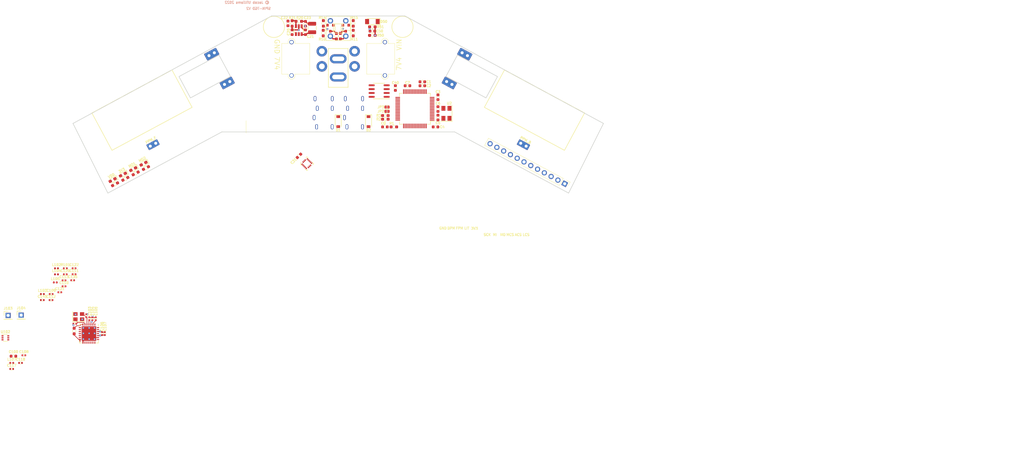
<source format=kicad_pcb>
(kicad_pcb (version 20211014) (generator pcbnew)
  (layers (0 "F.Cu" signal) (1 "In1.Cu" signal) (2 "In2.Cu" signal) (31 "B.Cu" signal) (35 "F.Paste" user) (36 "B.SilkS" user "B.Silkscreen") (37 "F.SilkS" user "F.Silkscreen") (38 "B.Mask" user) (39 "F.Mask" user) (44 "Edge.Cuts" user))
  (net 0 "")
  (net 1 "GND")
  (net 2 "+3V3")
  (net 3 "Net-(C4-Pad2)")
  (net 4 "Net-(C5-Pad2)")
  (net 5 "Net-(C6-Pad2)")
  (net 6 "VDD")
  (net 7 "Net-(C21-Pad2)")
  (net 8 "Net-(C21-Pad1)")
  (net 9 "Net-(C22-Pad2)")
  (net 10 "Net-(C101-Pad2)")
  (net 11 "Net-(C102-Pad2)")
  (net 12 "Net-(C103-Pad1)")
  (net 13 "Net-(C105-Pad1)")
  (net 14 "Net-(C109-Pad2)")
  (net 15 "/sx1276/Antenna")
  (net 16 "Net-(C7-Pad1)")
  (net 17 "Net-(Q11-Pad3)")
  (net 18 "Net-(Q11-Pad1)")
  (net 19 "Net-(Q12-Pad3)")
  (net 20 "Net-(Q12-Pad1)")
  (net 21 "Net-(R1-Pad2)")
  (net 22 "P_MISO")
  (net 23 "P_MOSI")
  (net 24 "/sx1276/RST")
  (net 25 "P_SCK")
  (net 26 "Net-(C8-Pad1)")
  (net 27 "RFO_HF")
  (net 28 "Net-(C111-Pad1)")
  (net 29 "RF1")
  (net 30 "RF2")
  (net 31 "Net-(C120-Pad1)")
  (net 32 "/sx1276/DIO5")
  (net 33 "/sx1276/DIO4")
  (net 34 "/sx1276/DIO3")
  (net 35 "/sx1276/DIO2")
  (net 36 "/sx1276/DIO1")
  (net 37 "VR_PA")
  (net 38 "SWD_DIO")
  (net 39 "SWD_CLK")
  (net 40 "SNS_VIN")
  (net 41 "Net-(C122-Pad2)")
  (net 42 "Net-(D1-Pad2)")
  (net 43 "Net-(D2-Pad2)")
  (net 44 "Net-(J20-Pad1)")
  (net 45 "Net-(D10-Pad3)")
  (net 46 "Net-(D10-Pad4)")
  (net 47 "Net-(D12-Pad2)")
  (net 48 "Net-(D13-Pad2)")
  (net 49 "Net-(D14-Pad2)")
  (net 53 "Net-(J2-Pad2)")
  (net 54 "Net-(J2-Pad3)")
  (net 58 "PPM_F")
  (net 59 "PPM_B")
  (net 60 "INT_L")
  (net 61 "CS_M")
  (net 62 "CS_A")
  (net 63 "CS_L")
  (net 64 "Net-(J21-Pad1)")
  (net 65 "USB_RX")
  (net 66 "USB_TX")
  (net 67 "PA_BOOST")
  (net 68 "RFI_HF")
  (net 69 "USB_DP")
  (net 70 "USB_DM")
  (net 71 "LED_BLUE")
  (net 72 "LED_RED")
  (net 73 "LED_MISC1")
  (net 74 "LED_MISC2")
  (net 75 "RF_MOD")
  (net 94 "GPIO_MISC1")
  (net 97 "GPIO_MISC2")
  (net 111 "Net-(C117-Pad1)")
  (net 112 "Net-(D11-Pad2)")
  (footprint "Capacitor_SMD:C_0603_1608Metric" (layer "F.Cu") (at 11.2625 5 180)
    (fp_text reference "C50")
    (fp_text value "100nF" hide)
  )
  (footprint "Capacitor_SMD:C_0603_1608Metric" (layer "F.Cu") (at -15.2125 5.375 90)
    (fp_text reference "C20")
    (fp_text value "2.2uF" hide)
  )
  (footprint "Capacitor_SMD:C_0603_1608Metric" (layer "F.Cu") (at -10.8125 5.375 -90)
    (fp_text reference "C21")
    (fp_text value "100nF" hide)
  )
  (footprint "Capacitor_SMD:C_0603_1608Metric" (layer "F.Cu") (at -16.575 2.4625 90)
    (fp_text reference "C22")
    (fp_text value "22pF" hide)
  )
  (footprint "Capacitor_SMD:C_0603_1608Metric" (layer "F.Cu") (at -10.8125 2.575 -90)
    (fp_text reference "C23")
    (fp_text value "22uF" hide)
  )
  (footprint "Capacitor_SMD:C_0402_1005Metric" (layer "F.Cu") (at -86.9 101.642715)
    (fp_text reference "C101" hide)
    (fp_text value "15pF" hide)
  )
  (footprint "Capacitor_SMD:C_0402_1005Metric" (layer "F.Cu") (at -83.1 98.998715 -90)
    (fp_text reference "C102" hide)
    (fp_text value "15pF" hide)
  )
  (footprint "Capacitor_SMD:C_0402_1005Metric" (layer "F.Cu") (at -82.1045 99.991715 90)
    (fp_text reference "C103")
    (fp_text value "100nF" hide)
  )
  (footprint "Capacitor_SMD:C_0402_1005Metric" (layer "F.Cu") (at -81.0885 99.991715 90)
    (fp_text reference "C104")
    (fp_text value "100nF" hide)
  )
  (footprint "Capacitor_SMD:C_0402_1005Metric" (layer "F.Cu") (at -80.009 99.991715 90)
    (fp_text reference "C105")
    (fp_text value "100nF" hide)
  )
  (footprint "Capacitor_SMD:C_0402_1005Metric" (layer "F.Cu") (at -77.9 104.900715 90)
    (fp_text reference "C106")
    (fp_text value "47pF" hide)
  )
  (footprint "Capacitor_SMD:C_0402_1005Metric" (layer "F.Cu") (at -77 104.900715 90)
    (fp_text reference "C107")
    (fp_text value "100nF" hide)
  )
  (footprint "Inductor_SMD:L_1210_3225Metric" (layer "F.Cu") (at -8.606 3.971 90)
    (fp_text reference "L20" hide)
    (fp_text value "4.7uH" hide)
  )
  (footprint "Package_TO_SOT_SMD:SOT-23" (layer "F.Cu") (at -2.6 4.05 -90)
    (fp_text reference "Q11" hide)
    (fp_text value "AO3401A" hide)
  )
  (footprint "Package_TO_SOT_SMD:SOT-23" (layer "F.Cu") (at 2.5 4.05 -90)
    (fp_text reference "Q12" hide)
    (fp_text value "AO3401A" hide)
  )
  (footprint "Resistor_SMD:R_0603_1608Metric_Pad0.98x0.95mm_HandSolder" (layer "F.Cu") (at 11.2625 6.4)
    (fp_text reference "R50")
    (fp_text value "15K" hide)
  )
  (footprint "Resistor_SMD:R_0603_1608Metric_Pad0.98x0.95mm_HandSolder" (layer "F.Cu") (at 11.2625 3.6 180)
    (fp_text reference "R51")
    (fp_text value "2K2" hide)
  )
  (footprint "Resistor_SMD:R_0603_1608Metric_Pad0.98x0.95mm_HandSolder" (layer "F.Cu") (at -4.95 5.65 90)
    (fp_text reference "R10")
    (fp_text value "1K" hide)
  )
  (footprint "Resistor_SMD:R_0603_1608Metric_Pad0.98x0.95mm_HandSolder" (layer "F.Cu") (at 4.95 5.65 90)
    (fp_text reference "R11")
    (fp_text value "1K" hide)
  )
  (footprint "Resistor_SMD:R_0603_1608Metric_Pad0.98x0.95mm_HandSolder" (layer "F.Cu") (at -0.6 6.7 -90)
    (fp_text reference "R12" hide)
    (fp_text value "10R" hide)
  )
  (footprint "Resistor_SMD:R_0603_1608Metric_Pad0.98x0.95mm_HandSolder" (layer "F.Cu") (at 0.7 6.65 -90)
    (fp_text reference "R13" hide)
    (fp_text value "22R" hide)
  )
  (footprint "Resistor_SMD:R_0603_1608Metric_Pad0.98x0.95mm_HandSolder" (layer "F.Cu") (at -13.0125 1.775 180)
    (fp_text reference "R20")
    (fp_text value "10K" hide)
  )
  (footprint "Resistor_SMD:R_0603_1608Metric_Pad0.98x0.95mm_HandSolder" (layer "F.Cu") (at -15.2125 2.475 -90)
    (fp_text reference "R21")
    (fp_text value "2K2" hide)
  )
  (footprint "Resistor_SMD:R_0603_1608Metric_Pad0.98x0.95mm_HandSolder" (layer "F.Cu") (at -87.121 104.055715 90)
    (fp_text reference "R100" hide)
    (fp_text value "10K" hide)
  )
  (footprint "Package_TO_SOT_SMD:TSOT-23-6" (layer "F.Cu") (at -13.0125 4.675 -90)
    (fp_text reference "U20" hide)
    (fp_text value "SY8253ADC" hide)
  )
  (footprint "lib_fp:TFLGA-16_3x3mm" (layer "F.Cu") (at -10.35 48.8 45)
    (fp_text reference "U30" hide)
    (fp_text value "H3LIS331DL" hide)
  )
  (footprint "Package_DFN_QFN:QFN-28-1EP_6x6mm_P0.65mm_EP4.8x4.8mm" (layer "F.Cu") (at -82.244 104.900715 -90)
    (fp_text reference "U100" hide)
    (fp_text value "SX1276" hide)
  )
  (footprint "Crystal:Crystal_SMD_3225-4Pin_3.2x2.5mm" (layer "F.Cu") (at -85.6 99.298715)
    (fp_text reference "U101" hide)
    (fp_text value "Crystal_GND24" hide)
  )
  (footprint "lib_fp:FT_Switch_Vertical" (layer "F.Cu") (at 0 14.15 -90)
    (fp_text reference "J20" hide)
    (fp_text value "FT_switch" hide)
  )
  (footprint "lib_fp:TGD-AMASS_XT30PW-M" (layer "F.Cu") (at -5.4 14.15 90)
    (fp_text reference "J22" hide)
    (fp_text value "Battery Low" hide)
  )
  (footprint "lib_fp:R50RB2-F-0160" (layer "F.Cu") (at 2.5 1.6 -90)
    (fp_text reference "D10" hide)
    (fp_text value "R50RB2-F-0160" hide)
  )
  (footprint "lib_fp:TGD-AMASS_XT30PW-M" (layer "F.Cu") (at 5.4 14.15 -90)
    (fp_text reference "J21" hide)
    (fp_text value "Battery High" hide)
  )
  (footprint "lib_fp:TGD_MountingHole" (layer "F.Cu") (at 21.2 3.6)
    (fp_text reference "H1" hide)
    (fp_text value "MountingHole" hide)
  )
  (footprint "lib_fp:TGD_MountingHole" (layer "F.Cu") (at -21.2 3.6)
    (fp_text reference "H2" hide)
    (fp_text value "MountingHole" hide)
  )
  (footprint "LED_SMD:LED_0603_1608Metric_Pad1.05x0.95mm_HandSolder" (layer "F.Cu") (at -64.229221 48.785845 -151.75)
    (fp_text reference "D14" hide)
    (fp_text value "MISC2_LED" hide)
  )
  (footprint "Resistor_SMD:R_0603_1608Metric_Pad0.98x0.95mm_HandSolder" (layer "F.Cu") (at 18.35 36.65)
    (fp_text reference "R1")
    (fp_text value "10K" hide)
  )
  (footprint "Capacitor_SMD:C_0402_1005Metric" (layer "F.Cu") (at -103.71 112.08)
    (fp_text reference "C108")
    (fp_text value "100nF" hide)
  )
  (footprint "Capacitor_SMD:C_0402_1005Metric" (layer "F.Cu") (at -87.15 85.31)
    (fp_text reference "C111")
    (fp_text value "8.2pF" hide)
  )
  (footprint "Crystal:Crystal_SMD_5032-4Pin_5.0x3.2mm" (layer "F.Cu") (at 35.7 32.15 90)
    (fp_text reference "U2")
    (fp_text value "Crystal_GND24" hide)
  )
  (footprint "LED_SMD:LED_0603_1608Metric_Pad1.05x0.95mm_HandSolder" (layer "F.Cu") (at -74.429221 54.185845 -151.75)
    (fp_text reference "D11" hide)
    (fp_text value "POWER_LED" hide)
  )
  (footprint "Capacitor_SMD:C_0402_1005Metric" (layer "F.Cu") (at -90.46 89.29)
    (fp_text reference "C110")
    (fp_text value "8.2pF" hide)
  )
  (footprint "lib_fp:TGD_ESC_SigPad" (layer "F.Cu") (at -62 43 118.25)
    (fp_text reference "J3" hide)
    (fp_text value "Conn_01x01" hide)
  )
  (footprint "Capacitor_SMD:C_0402_1005Metric" (layer "F.Cu") (at -87.15 83.34)
    (fp_text reference "C122")
    (fp_text value "1nF" hide)
  )
  (footprint "Capacitor_SMD:C_0603_1608Metric" (layer "F.Cu") (at 32.9 33.55 90)
    (fp_text reference "C5")
    (fp_text value "15pF" hide)
  )
  (footprint "Inductor_SMD:L_0402_1005Metric" (layer "F.Cu") (at -92.95 85.34)
    (fp_text reference "L104")
    (fp_text value "5.6nH" hide)
  )
  (footprint "Resistor_SMD:R_0603_1608Metric_Pad0.98x0.95mm_HandSolder" (layer "F.Cu") (at -70.229221 53.785845 -151.75)
    (fp_text reference "R17" hide)
    (fp_text value "1K" hide)
  )
  (footprint "Diode_SMD:D_SOD-123" (layer "F.Cu") (at 10 34.9 -90)
    (fp_text reference "D2")
    (fp_text value "B5819W" hide)
  )
  (footprint "Capacitor_SMD:C_0603_1608Metric" (layer "F.Cu") (at 32.9 26.85 90)
    (fp_text reference "C3")
    (fp_text value "100nF" hide)
  )
  (footprint "Capacitor_SMD:C_0603_1608Metric" (layer "F.Cu") (at 32.9 30.75 -90)
    (fp_text reference "C6")
    (fp_text value "15pF" hide)
  )
  (footprint "Capacitor_SMD:C_0402_1005Metric" (layer "F.Cu") (at -97.62 93.83)
    (fp_text reference "C145")
    (fp_text value "1nF" hide)
  )
  (footprint "lib_fp:TGD-ESC-CYCLONE-35A" (layer "F.Cu") (at -85 42 28.25)
    (fp_text reference "U3" hide)
    (fp_text value "CYCLONE-35A" hide)
    (fp_rect (start 39 -4) (end 54 4) (layer "Edge.Cuts") (width 0.2) (fill none))
  )
  (footprint "Inductor_SMD:L_0402_1005Metric" (layer "F.Cu") (at -107.7 114.6)
    (fp_text reference "L107")
    (fp_text value "10nH" hide)
  )
  (footprint "lib_fp:TGD_ESC_SigPad" (layer "F.Cu") (at 62 43 -118.25)
    (fp_text reference "J4" hide)
    (fp_text value "Conn_01x01" hide)
  )
  (footprint "lib_fp:G-Switch-ST-TRRS" (layer "F.Cu") (at 5.3 38.305 90)
    (fp_text reference "J2" hide)
    (fp_text value "G-Switch-ST-0322" hide)
  )
  (footprint "Package_SO:SOIC-8_3.9x4.9mm_P1.27mm" (layer "F.Cu") (at 13.5 24.8 180)
    (fp_text reference "U40" hide)
    (fp_text value "LE25U40CMD" hide)
  )
  (footprint "Capacitor_SMD:C_0402_1005Metric" (layer "F.Cu") (at -94.71 91.84)
    (fp_text reference "C109")
    (fp_text value "22pF" hide)
  )
  (footprint "Package_TO_SOT_SMD:SOT-363_SC-70-6" (layer "F.Cu") (at -109.8 106.3)
    (fp_text reference "U102")
    (fp_text value "PE4259" hide)
  )
  (footprint "Capacitor_SMD:C_0603_1608Metric" (layer "F.Cu") (at 18.85 23.8 90)
    (fp_text reference "C40")
    (fp_text value "100nF" hide)
  )
  (footprint "Resistor_SMD:R_0603_1608Metric_Pad0.98x0.95mm_HandSolder" (layer "F.Cu") (at -63.433034 50.217749 -151.75)
    (fp_text reference "R19" hide)
    (fp_text value "1K" hide)
  )
  (footprint "Diode_SMD:D_SOD-123" (layer "F.Cu") (at 0 34.9 -90)
    (fp_text reference "D1")
    (fp_text value "B5819W" hide)
  )
  (footprint "Capacitor_SMD:C_0603_1608Metric" (layer "F.Cu") (at 27.75 21.75)
    (fp_text reference "C1")
    (fp_text value "2.2uF" hide)
  )
  (footprint "Resistor_SMD:R_0603_1608Metric_Pad0.98x0.95mm_HandSolder" (layer "F.Cu") (at 4.95 2.45 -90)
    (fp_text reference "R15")
    (fp_text value "10K" hide)
  )
  (footprint "Connector_PinHeader_2.54mm:PinHeader_1x01_P2.54mm_Vertical" (layer "F.Cu") (at -108.9 98.9)
    (fp_text reference "J103")
    (fp_text value "Conn_01x01_Female" hide)
  )
  (footprint "Diode_SMD:D_MiniMELF" (layer "F.Cu") (at 11.275 1.85 180)
    (fp_text reference "D50")
    (fp_text value "ZMM3V3" hide)
  )
  (footprint "Inductor_SMD:L_0402_1005Metric" (layer "F.Cu") (at -92.95 83.35)
    (fp_text reference "L102")
    (fp_text value "33nH" hide)
  )
  (footprint "Resistor_SMD:R_0603_1608Metric_Pad0.98x0.95mm_HandSolder" (layer "F.Cu") (at 15.55 32.9)
    (fp_text reference "R3")
    (fp_text value "22R" hide)
  )
  (footprint "Connector_PinHeader_2.54mm:PinHeader_1x01_P2.54mm_Vertical" (layer "F.Cu") (at -104.6 98.8)
    (fp_text reference "J104")
    (fp_text value "Conn_01x01_Female" hide)
  )
  (footprint "lib_fp:TGD_SolderJumper" (layer "F.Cu") (at 16.1 30.1)
    (fp_text reference "JP3")
    (fp_text value "SolderJumper_2_Open" hide)
  )
  (footprint "lib_fp:TGD-ESC-CYCLONE-35A" (layer "F.Cu") (at 85 42 151.75)
    (fp_text reference "U4" hide)
    (fp_text value "CYCLONE-35A" hide)
    (fp_rect (start 39 -4) (end 54 4) (layer "Edge.Cuts") (width 0.2) (fill none))
  )
  (footprint "Capacitor_SMD:C_0603_1608Metric" (layer "F.Cu") (at 32.1 36.65 180)
    (fp_text reference "C4")
    (fp_text value "100nF" hide)
  )
  (footprint "Resistor_SMD:R_0603_1608Metric_Pad0.98x0.95mm_HandSolder" (layer "F.Cu") (at 15.55 34.1 180)
    (fp_text reference "R2")
    (fp_text value "22R" hide)
  )
  (footprint "Connector_PinHeader_2.54mm:PinHeader_1x12_P2.54mm_Vertical" (layer "F.Cu") (at 74.710448 55.414642 -118.25)
    (fp_text reference "J5" hide)
    (fp_text value "Conn_01x12" hide)
  )
  (footprint "Capacitor_SMD:C_0402_1005Metric" (layer "F.Cu") (at -94.75 93.83)
    (fp_text reference "C112")
    (fp_text value "1.5pF" hide)
  )
  (footprint "LED_SMD:LED_0603_1608Metric_Pad1.05x0.95mm_HandSolder" (layer "F.Cu") (at -71.029221 52.385845 -151.75)
    (fp_text reference "D12" hide)
    (fp_text value "3V3_LED" hide)
  )
  (footprint "lib_fp:TGD_SolderJumper" (layer "F.Cu") (at 16.1 31.5)
    (fp_text reference "JP2")
    (fp_text value "SolderJumper_2_Open" hide)
  )
  (footprint "Capacitor_SMD:C_0402_1005Metric" (layer "F.Cu") (at -90.46 87.32)
    (fp_text reference "C113")
    (fp_text value "3.3pF" hide)
  )
  (footprint "Capacitor_SMD:C_0603_1608Metric" (layer "F.Cu") (at 15.4 36.65)
    (fp_text reference "C8")
    (fp_text value "2.2uF" hide)
  )
  (footprint "Resistor_SMD:R_0603_1608Metric_Pad0.98x0.95mm_HandSolder" (layer "F.Cu") (at -4.9 2.45 -90)
    (fp_text reference "R14")
    (fp_text value "10K" hide)
  )
  (footprint "Resistor_SMD:R_0603_1608Metric_Pad0.98x0.95mm_HandSolder" (layer "F.Cu") (at -66.829221 51.985845 -151.75)
    (fp_text reference "R18" hide)
    (fp_text value "1K" hide)
  )
  (footprint "Resistor_SMD:R_0402_1005Metric" (layer "F.Cu") (at -90.04 83.35)
    (fp_text reference "R101")
    (fp_text value "1K" hide)
  )
  (footprint "Capacitor_SMD:C_0402_1005Metric" (layer "F.Cu") (at -107.72 116.58)
    (fp_text reference "C117")
    (fp_text value "3.3pF" hide)
  )
  (footprint "Inductor_SMD:L_0402_1005Metric" (layer "F.Cu") (at -97.6 91.85)
    (fp_text reference "L103")
    (fp_text value "2.2nH" hide)
  )
  (footprint "Capacitor_SMD:C_0402_1005Metric" (layer "F.Cu") (at -91.84 91.26)
    (fp_text reference "C121")
    (fp_text value "47pF" hide)
  )
  (footprint "Capacitor_SMD:C_0603_1608Metric" (layer "F.Cu") (at 27.75 23.05)
    (fp_text reference "C2")
    (fp_text value "100nF" hide)
  )
  (footprint "Capacitor_SMD:C_0402_1005Metric" (layer "F.Cu") (at -87.59 87.3)
    (fp_text reference "C135")
    (fp_text value "100nF" hide)
  )
  (footprint "lib_fp:G-Switch-ST-TRRS" (layer "F.Cu") (at -4.7 38.305 90)
    (fp_text reference "J1" hide)
    (fp_text value "G-Switch-ST-0322" hide)
  )
  (footprint "Package_QFP:LQFP-64_10x10mm_P0.5mm" (layer "F.Cu") (at 25.3 30.65 180)
    (fp_text reference "U1" hide)
    (fp_text value "STM32F405RGTx" hide)
  )
  (footprint "Capacitor_SMD:C_0603_1608Metric" (layer "F.Cu") (at 22.85 23.05)
    (fp_text reference "C7")
    (fp_text value "2.2uF" hide)
  )
  (footprint "LED_SMD:LED_0603_1608Metric_Pad1.05x0.95mm_HandSolder" (layer "F.Cu") (at -67.629221 50.585845 -151.75)
    (fp_text reference "D13" hide)
    (fp_text value "MISC1_LED" hide)
  )
  (footprint "Capacitor_SMD:C_0603_1608Metric" (layer "F.Cu") (at -12.95 46.2 45)
    (fp_text reference "C31")
    (fp_text value "100nF" hide)
  )
  (footprint "Inductor_SMD:L_0402_1005Metric" (layer "F.Cu") (at -93.35 88)
    (fp_text reference "L105")
    (fp_text value "4.7nH" hide)
  )
  (footprint "Capacitor_SMD:C_0402_1005Metric" (layer "F.Cu") (at -104.81 114.59)
    (fp_text reference "C118")
    (fp_text value "47pF" hide)
  )
  (footprint "Capacitor_SMD:C_0402_1005Metric" (layer "F.Cu") (at -90.06 85.33)
    (fp_text reference "C120")
    (fp_text value "47pF" hide)
  )
  (footprint "Capacitor_SMD:C_0603_1608Metric" (layer "F.Cu") (at -107.15 112.35)
    (fp_text reference "C100")
    (fp_text value "2.2uF" hide)
  )
  (footprint "Resistor_SMD:R_0603_1608Metric_Pad0.98x0.95mm_HandSolder" (layer "F.Cu") (at -73.629221 55.585845 -151.75)
    (fp_text reference "R16" hide)
    (fp_text value "1K" hide)
  )
  (gr_circle (center 21.2 3.6) (end 24.7 3.6) (layer "F.SilkS") (width 0.2) (fill none))
  (gr_line (start -30.4 38.7) (end -30.4 34.6) (layer "F.SilkS") (width 0.12))
  (gr_circle (center -21.2 3.6) (end -17.7 3.6) (layer "F.SilkS") (width 0.2) (fill none))
  (gr_line (start 0 0) (end -22 0) (layer "Edge.Cuts") (width 0.2))
  (gr_line (start -38.4 38.3) (end 0 38.3) (layer "Edge.Cuts") (width 0.2))
  (gr_line (start -87.5 35.5) (end -76 58.5) (layer "Edge.Cuts") (width 0.2))
  (gr_line (start 87.5 35.5) (end 22 0) (layer "Edge.Cuts") (width 0.2))
  (gr_line (start -22 0) (end -87.5 35.5) (layer "Edge.Cuts") (width 0.2))
  (gr_line (start 22 0) (end 0 0) (layer "Edge.Cuts") (width 0.2))
  (gr_line (start 0 38.3) (end 38.4 38.3) (layer "Edge.Cuts") (width 0.2))
  (gr_line (start -76 58.5) (end -38.4 38.3) (layer "Edge.Cuts") (width 0.2))
  (gr_line (start 76 58.5) (end 87.5 35.5) (layer "Edge.Cuts") (width 0.2))
  (gr_line (start 38.4 38.3) (end 76 58.5) (layer "Edge.Cuts") (width 0.2))
  (gr_text "© Jacob Williams 2022" (at -30.1 -4.45) (layer "B.SilkS") (effects (font (size 0.8 0.8) (thickness 0.2)) (justify mirror)))
  (gr_text "SPIN-TGD V2" (at -26.3 -2.45) (layer "B.SilkS") (effects (font (size 0.8 0.8) (thickness 0.2)) (justify mirror)))
  (gr_text "BPM" (at 37.2805 70.1) (layer "F.SilkS") (effects (font (size 0.8 0.8) (thickness 0.2))))
  (gr_text "PPM_B" (at 61.8 41 331.75) (layer "F.SilkS") (effects (font (size 0.8 0.8) (thickness 0.2))))
  (gr_text "7V4" (at 20.0492 15.8246 90) (layer "F.SilkS") (effects (font (size 1.6 1.6) (thickness 0.2))))
  (gr_text "VIN" (at 20.1 9.5 90) (layer "F.SilkS") (effects (font (size 1.6 1.6) (thickness 0.2))))
  (gr_text "MI" (at 51.7 72.25) (layer "F.SilkS") (effects (font (size 0.8 0.8) (thickness 0.2))))
  (gr_text "MO2" (at -64.629221 47.385845 28.25) (layer "F.SilkS") (effects (font (size 0.8 0.8) (thickness 0.2))))
  (gr_text "MO" (at 54.3035 72.25) (layer "F.SilkS") (effects (font (size 0.8 0.8) (thickness 0.2))))
  (gr_text "7V4" (at -20.1746 15.6118 -90) (layer "F.SilkS") (effects (font (size 1.6 1.6) (thickness 0.2))))
  (gr_text "GND" (at -20.2 10.1 270) (layer "F.SilkS") (effects (font (size 1.6 1.6) (thickness 0.2))))
  (gr_text "FPM" (at 40.011 70.1) (layer "F.SilkS") (effects (font (size 0.8 0.8) (thickness 0.2))))
  (gr_text "LCS" (at 61.987 72.25) (layer "F.SilkS") (effects (font (size 0.8 0.8) (thickness 0.2))))
  (gr_text "PPM_F" (at -61.8 41 28.25) (layer "F.SilkS") (effects (font (size 0.8 0.8) (thickness 0.2))))
  (gr_text "LIT" (at 42.424 70.1) (layer "F.SilkS") (effects (font (size 0.8 0.8) (thickness 0.2))))
  (gr_text "3V3" (at -71.429221 50.985845 28.25) (layer "F.SilkS") (effects (font (size 0.8 0.8) (thickness 0.2))))
  (gr_text "3V3" (at 44.964 70.1635) (layer "F.SilkS") (effects (font (size 0.8 0.8) (thickness 0.2))))
  (gr_text "MCS" (at 56.7165 72.25) (layer "F.SilkS") (effects (font (size 0.8 0.8) (thickness 0.2))))
  (gr_text "MO1" (at -68.029221 49.185845 28.25) (layer "F.SilkS") (effects (font (size 0.8 0.8) (thickness 0.2))))
  (gr_text "VDD" (at -74.829221 52.785845 28.25) (layer "F.SilkS") (effects (font (size 0.8 0.8) (thickness 0.2))))
  (gr_text "GND" (at 34.55 70.1) (layer "F.SilkS") (effects (font (size 0.8 0.8) (thickness 0.2))))
  (gr_text "SCK" (at 49.16 72.25) (layer "F.SilkS") (effects (font (size 0.8 0.8) (thickness 0.2))))
  (gr_text "ACS" (at 59.3835 72.25) (layer "F.SilkS") (effects (font (size 0.8 0.8) (thickness 0.2))))
  (segment (start -77.453 104.420715) (end -77.9 104.420715) (width 0.2032) (layer "F.Cu") (net 1))
  (segment (start -81.1735 99.568715) (end -81.12 99.568715) (width 0.2032) (layer "F.Cu") (net 1))
  (segment (start 10.35 4.3355) (end 10.35 4.8625) (width 0.2032) (layer "F.Cu") (net 1))
  (segment (start -80.12 99.588715) (end -80.1 99.568715) (width 0.2032) (layer "F.Cu") (net 1))
  (segment (start -13.0125 4.675) (end -13.0125 3.365) (width 0.4064) (layer "F.Cu") (net 1))
  (segment (start -87.375 101.647715) (end -87.38 101.642715) (width 0.2032) (layer "F.Cu") (net 1))
  (segment (start -84.194 106.850715) (end -82.244 104.900715) (width 0.4064) (layer "F.Cu") (net 1))
  (segment (start -15.2125 4.6) (end -15.2125 3.3875) (width 0.4064) (layer "F.Cu") (net 1))
  (segment (start -87.375 102.087215) (end -87.375 101.647715) (width 0.2032) (layer "F.Cu") (net 1))
  (segment (start 10.35 3.6) (end 10.35 4.3355) (width 0.2032) (layer "F.Cu") (net 1))
  (segment (start -82.1 99.568715) (end -81.1735 99.568715) (width 0.2032) (layer "F.Cu") (net 1))
  (segment (start -82.6125 98.531215) (end -83.0875 98.531215) (width 0.2032) (layer "F.Cu") (net 1))
  (segment (start -15.2125 4.6) (end -13.0875 4.6) (width 0.4064) (layer "F.Cu") (net 1))
  (segment (start -13.0875 4.6) (end -13.0125 4.675) (width 0.4064) (layer "F.Cu") (net 1))
  (segment (start -81.0885 99.577215) (end -81.1 99.588715) (width 0.2032) (layer "F.Cu") (net 1))
  (segment (start -84.194 107.888215) (end -84.194 106.850715) (width 0.4064) (layer "F.Cu") (net 1))
  (segment (start -80.944 106.200715) (end -82.244 104.900715) (width 0.2032) (layer "F.Cu") (net 1))
  (segment (start -78.07 104.250715) (end -77.9 104.420715) (width 0.2032) (layer "F.Cu") (net 1))
  (segment (start 10.35 4.8625) (end 10.4875 5) (width 0.2032) (layer "F.Cu") (net 1))
  (segment (start -79.2565 106.200715) (end -80.944 106.200715) (width 0.2032) (layer "F.Cu") (net 1))
  (segment (start -81.1 99.588715) (end -80.12 99.588715) (width 0.2032) (layer "F.Cu") (net 1))
  (segment (start -81.0885 99.166215) (end -81.0885 99.577215) (width 0.2032) (layer "F.Cu") (net 1))
  (segment (start -13.0125 3.365) (end -13.0125 3.389722) (width 0.4064) (layer "F.Cu") (net 1))
  (segment (start -77 104.420715) (end -77.453 104.420715) (width 0.2032) (layer "F.Cu") (net 1))
  (segment (start -81.12 99.568715) (end -81.1 99.588715) (width 0.2032) (layer "F.Cu") (net 1))
  (segment (start -83.0875 98.531215) (end -83.1 98.518715) (width 0.2032) (layer "F.Cu") (net 1))
  (segment (start -79.2565 104.250715) (end -78.07 104.250715) (width 0.2032) (layer "F.Cu") (net 1))
  (via (at -82.168 106.722715) (size 0.6096) (drill 0.3048) (layers "F.Cu" "B.Cu") (net 1))
  (via (at -78.5485 104.182715) (size 0.6096) (drill 0.3048) (layers "F.Cu" "B.Cu") (net 1))
  (via (at -81.025 99.039215) (size 0.6096) (drill 0.3048) (layers "F.Cu" "B.Cu") (net 1))
  (via (at -87.375 102.087215) (size 0.6096) (drill 0.3048) (layers "F.Cu" "B.Cu") (net 1))
  (via (at 10.35 4.3355) (size 0.6096) (drill 0.3048) (layers "F.Cu" "B.Cu") (net 1))
  (via (at -84.073 103.039715) (size 0.6096) (drill 0.3048) (layers "F.Cu" "B.Cu") (net 1))
  (via (at -84.454 100.182215) (size 0.6096) (drill 0.3048) (layers "F.Cu" "B.Cu") (net 1))
  (via (at -82.168 104.817715) (size 0.6096) (drill 0.3048) (layers "F.Cu" "B.Cu") (net 1))
  (via (at -82.168 103.039715) (size 0.6096) (drill 0.3048) (layers "F.Cu" "B.Cu") (net 1))
  (via (at -80.39 103.039715) (size 0.6096) (drill 0.3048) (layers "F.Cu" "B.Cu") (net 1))
  (via (at -80.39 106.722715) (size 0.6096) (drill 0.3048) (layers "F.Cu" "B.Cu") (net 1))
  (via (at -13.0125 4.675) (size 0.6096) (drill 0.3048) (layers "F.Cu" "B.Cu") (net 1))
  (via (at -82.6125 98.531215) (size 0.6096) (drill 0.3048) (layers "F.Cu" "B.Cu") (net 1))
  (via (at -80.39 104.817715) (size 0.6096) (drill 0.3048) (layers "F.Cu" "B.Cu") (net 1))
  (via (at -86.6765 98.531215) (size 0.6096) (drill 0.3048) (layers "F.Cu" "B.Cu") (net 1))
  (via (at -10.892 3.336) (size 0.6096) (drill 0.3048) (layers "F.Cu" "B.Cu") (net 1))
  (via (at -84.073 106.722715) (size 0.6096) (drill 0.3048) (layers "F.Cu" "B.Cu") (net 1))
  (via (at -84.073 104.817715) (size 0.6096) (drill 0.3048) (layers "F.Cu" "B.Cu") (net 1))
  (segment (start -77.397 105.380715) (end -77.9 105.380715) (width 0.2032) (layer "F.Cu") (net 2))
  (segment (start -10.8125 1.8) (end -10.8125 1.8) (width 0.4064) (layer "F.Cu") (net 2))
  (segment (start -10.0415 2.571) (end -8.606 2.571) (width 0.4064) (layer "F.Cu") (net 2))
  (segment (start -87.1 105.369715) (end -87.1 104.811215) (width 0.2032) (layer "F.Cu") (net 2))
  (segment (start -10.8125 1.8) (end -10.0415 2.571) (width 0.4064) (layer "F.Cu") (net 2))
  (segment (start -78.07 105.550715) (end -77.9 105.380715) (width 0.2032) (layer "F.Cu") (net 2))
  (segment (start 1.619 3.119) (end 1.55 3.05) (width 0.4064) (layer "F.Cu") (net 2))
  (segment (start -85.619 106.850715) (end -87.1 105.369715) (width 0.2032) (layer "F.Cu") (net 2))
  (segment (start -10.8375 1.775) (end -10.8125 1.8) (width 0.4064) (layer "F.Cu") (net 2))
  (segment (start -85.2315 106.850715) (end -85.619 106.850715) (width 0.2032) (layer "F.Cu") (net 2))
  (segment (start -3.588 3.088) (end -3.55 3.05) (width 0.4064) (layer "F.Cu") (net 2))
  (segment (start -12.2375 1.6375) (end -12.1 1.775) (width 0.4064) (layer "F.Cu") (net 2))
  (segment (start -85.2315 106.850715) (end -85.2315 107.500215) (width 0.4064) (layer "F.Cu") (net 2))
  (segment (start -81.594 101.913215) (end -81.594 101.042715) (width 0.2032) (layer "F.Cu") (net 2))
  (segment (start -81.594 101.042715) (end -81.1 100.548715) (width 0.2032) (layer "F.Cu") (net 2))
  (segment (start -12.1 1.775) (end -10.8375 1.775) (width 0.4064) (layer "F.Cu") (net 2))
  (segment (start -77 105.380715) (end -77.397 105.380715) (width 0.2032) (layer "F.Cu") (net 2))
  (segment (start -79.2565 105.550715) (end -78.07 105.550715) (width 0.2032) (layer "F.Cu") (net 2))
  (via (at -81.3425 101.007715) (size 0.6096) (drill 0.3048) (layers "F.Cu" "B.Cu") (net 2))
  (via (at -3.588 4.284) (size 0.6096) (drill 0.3048) (layers "F.Cu" "B.Cu") (net 2))
  (via (at 1.5682 4.2332) (size 0.6096) (drill 0.3048) (layers "F.Cu" "B.Cu") (net 2))
  (via (at -78.5485 105.516215) (size 0.6096) (drill 0.3048) (layers "F.Cu" "B.Cu") (net 2))
  (segment (start 10.35 6.4) (end 10.3625 6.4125) (width 1) (layer "F.Cu") (net 6))
  (segment (start -10.1935 5.749) (end -8.984 5.749) (width 0.4064) (layer "F.Cu") (net 7))
  (segment (start -11.8975 6.15) (end -12.0625 5.985) (width 0.4064) (layer "F.Cu") (net 7))
  (segment (start -10.7375 6.075) (end -10.8125 6.15) (width 0.4064) (layer "F.Cu") (net 7))
  (segment (start -10.8125 6.15) (end -10.5945 6.15) (width 0.4064) (layer "F.Cu") (net 7))
  (segment (start -10.5945 6.15) (end -10.1935 5.749) (width 0.4064) (layer "F.Cu") (net 7))
  (segment (start -8.984 5.749) (end -8.606 5.371) (width 0.4064) (layer "F.Cu") (net 7))
  (segment (start -10.8125 6.15) (end -11.8975 6.15) (width 0.4064) (layer "F.Cu") (net 7))
  (segment (start -11.2875 4.6) (end -12.0625 3.825) (width 0.4064) (layer "F.Cu") (net 8))
  (segment (start -10.8125 4.6) (end -11.2875 4.6) (width 0.4064) (layer "F.Cu") (net 8))
  (segment (start -12.0625 3.825) (end -12.0625 3.365) (width 0.4064) (layer "F.Cu") (net 8))
  (segment (start -13.9625 3.365) (end -13.9625 1.8125) (width 0.4064) (layer "F.Cu") (net 9))
  (segment (start -15.2125 1.5625) (end -14.1375 1.5625) (width 0.4064) (layer "F.Cu") (net 9))
  (segment (start -13.9625 1.8125) (end -13.925 1.775) (width 0.4064) (layer "F.Cu") (net 9))
  (segment (start -14.1375 1.5625) (end -13.925 1.775) (width 0.4064) (layer "F.Cu") (net 9))
  (segment (start -86.7 100.148715) (end -86.7 100.469495) (width 0.2032) (layer "F.Cu") (net 10))
  (segment (start -85.94539 101.224105) (end -83.963 101.224105) (width 0.2032) (layer "F.Cu") (net 10))
  (segment (start -83.963 101.224105) (end -83.544 101.643105) (width 0.2032) (layer "F.Cu") (net 10))
  (segment (start -86.42 101.698715) (end -85.94539 101.224105) (width 0.2032) (layer "F.Cu") (net 10))
  (segment (start -86.7 100.469495) (end -85.94539 101.224105) (width 0.2032) (layer "F.Cu") (net 10))
  (segment (start -83.544 101.643105) (end -83.544 101.913215) (width 0.2032) (layer "F.Cu") (net 10))
  (segment (start -82.894 101.913215) (end -82.894 99.684715) (width 0.2032) (layer "F.Cu") (net 11))
  (segment (start -84.13 98.448715) (end -84.5 98.448715) (width 0.2032) (layer "F.Cu") (net 11))
  (segment (start -82.894 99.684715) (end -83.1 99.478715) (width 0.2032) (layer "F.Cu") (net 11))
  (segment (start -83.1 99.478715) (end -84.13 98.448715) (width 0.2032) (layer "F.Cu") (net 11))
  (segment (start -82.244 100.672715) (end -82.1 100.528715) (width 0.2032) (layer "F.Cu") (net 12))
  (segment (start -82.244 101.913215) (end -82.244 100.672715) (width 0.2032) (layer "F.Cu") (net 12))
  (segment (start -80.944 101.913215) (end -80.944 101.561715) (width 0.2032) (layer "F.Cu") (net 13))
  (segment (start -80.1 100.717715) (end -80.1 100.528715) (width 0.2032) (layer "F.Cu") (net 13))
  (segment (start -80.944 101.561715) (end -80.1 100.717715) (width 0.2032) (layer "F.Cu") (net 13))
  (segment (start -1.3875 5.05) (end -0.7 5.7375) (width 0.4064) (layer "F.Cu") (net 17))
  (segment (start -2.6 5.05) (end -1.3875 5.05) (width 0.4064) (layer "F.Cu") (net 17))
  (segment (start -1.65 3.05) (end -1.4142 3.05) (width 0.2032) (layer "F.Cu") (net 18))
  (segment (start 0.7 5.7375) (end 1.3875 5.05) (width 0.4064) (layer "F.Cu") (net 19))
  (segment (start 1.3875 5.05) (end 2.5 5.05) (width 0.4064) (layer "F.Cu") (net 19))
  (segment (start 3.45 3.05) (end 3.6875 3.05) (width 0.2032) (layer "F.Cu") (net 20))
  (segment (start -85.244599 102.306314) (end -86.284099 102.306314) (width 0.2032) (layer "F.Cu") (net 24))
  (segment (start -84.8515 101.913215) (end -85.244599 102.306314) (width 0.2032) (layer "F.Cu") (net 24))
  (segment (start -84.194 101.913215) (end -84.8515 101.913215) (width 0.2032) (layer "F.Cu") (net 24))
  (segment (start -86.284099 102.306314) (end -87.121 103.143215) (width 0.2032) (layer "F.Cu") (net 24))
  (segment (start 12.175 6.4) (end 12.175 6.4) (width 0.2032) (layer "F.Cu") (net 40))
  (segment (start 12.0375 6.2625) (end 12.175 6.4) (width 0.2032) (layer "F.Cu") (net 40))
  (segment (start 12.175 6.4) (end 12.175 5.1375) (width 0.4064) (layer "F.Cu") (net 40))
  (segment (start 12.175 5.1375) (end 12.0375 5) (width 0.4064) (layer "F.Cu") (net 40))
  (segment (start 12.175 4.8625) (end 12.0375 5) (width 0.4064) (layer "F.Cu") (net 40))
  (segment (start 12.0375 3.7375) (end 12.175 3.6) (width 0.2032) (layer "F.Cu") (net 40))
  (segment (start 12.175 3.6) (end 12.175 4.8625) (width 0.4064) (layer "F.Cu") (net 40))
  (via (at 12.175 6.4) (size 0.6096) (drill 0.3048) (layers "F.Cu" "B.Cu") (net 40))
  (segment (start -0.7 7.5625) (end -1.6975 7.5625) (width 0.4064) (layer "F.Cu") (net 45))
  (segment (start -1.6975 7.5625) (end -2.58 6.68) (width 0.4064) (layer "F.Cu") (net 45))
  (segment (start 0.7 7.5625) (end 1.6175 7.5625) (width 0.4064) (layer "F.Cu") (net 46))
  (segment (start 1.6175 7.5625) (end 2.5 6.68) (width 0.4064) (layer "F.Cu") (net 46))
  (segment (start -85.2695 102.912715) (end -85.2315 102.950715) (width 0.2032) (layer "F.Cu") (net 60))
)
</source>
